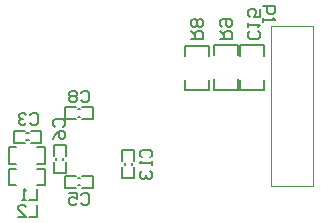
<source format=gbo>
G04 Layer_Color=32896*
%FSLAX44Y44*%
%MOMM*%
G71*
G01*
G75*
%ADD22C,0.2000*%
%ADD38C,0.1524*%
%ADD39C,0.1778*%
%ADD40C,0.1000*%
%ADD41C,0.1270*%
D22*
X-73700Y2900D02*
X-71700D01*
X-73700Y8900D02*
X-71700D01*
X-73500Y61000D02*
X-71500D01*
X-73500Y67000D02*
X-71500D01*
X-117250Y41000D02*
X-115250D01*
X-117250Y47000D02*
X-115250D01*
X-86000Y24000D02*
Y26000D01*
X-92000Y24000D02*
Y26000D01*
X-28000Y19750D02*
Y21750D01*
X-34000Y19750D02*
Y21750D01*
D38*
X-60950Y900D02*
Y10900D01*
X-84450D02*
X-84450Y900D01*
X-75200D01*
X-70200D02*
X-60950D01*
X-84450Y10900D02*
X-75200D01*
X-70200D02*
X-60950D01*
X-60750Y59000D02*
Y69000D01*
X-84250D02*
X-84250Y59000D01*
X-75000D01*
X-70000D02*
X-60750D01*
X-84250Y69000D02*
X-75000D01*
X-70000D02*
X-60750D01*
X-104500Y39000D02*
Y49000D01*
X-128000D02*
X-128000Y39000D01*
X-118750D01*
X-113750D02*
X-104500D01*
X-128000Y49000D02*
X-118750D01*
X-113750D02*
X-104500D01*
X-94000Y36750D02*
X-84000D01*
X-94000Y13250D02*
X-84000Y13250D01*
Y22500D01*
Y27500D02*
Y36750D01*
X-94000Y13250D02*
Y22500D01*
Y27500D02*
Y36750D01*
X-36000Y32500D02*
X-26000D01*
X-36000Y9000D02*
X-26000Y9000D01*
Y18250D01*
Y23250D02*
Y32500D01*
X-36000Y9000D02*
Y18250D01*
Y23250D02*
Y32500D01*
D39*
X-132235Y3074D02*
X-125636D01*
X-132235D02*
Y16909D01*
X-125636D01*
X-108364D02*
X-101764D01*
Y3074D02*
Y16909D01*
X-108364Y3074D02*
X-101764D01*
X-108364Y34926D02*
X-101764D01*
Y21091D02*
Y34926D01*
X-108364Y21091D02*
X-101764D01*
X-132235D02*
X-125636D01*
X-132235D02*
Y34926D01*
X-125636D01*
X63880Y83714D02*
Y92350D01*
Y83714D02*
X74040D01*
X84200D01*
Y92350D01*
Y112670D02*
Y121306D01*
X74040D02*
X84200D01*
X63880D02*
X74040D01*
X63880Y112670D02*
Y121306D01*
X61490Y112690D02*
Y121326D01*
X51330D02*
X61490D01*
X41170D02*
X51330D01*
X41170Y112690D02*
Y121326D01*
Y83734D02*
Y92370D01*
Y83734D02*
X51330D01*
X61490D01*
Y92370D01*
X37410Y112360D02*
Y120996D01*
X27250D02*
X37410D01*
X17090D02*
X27250D01*
X17090Y112360D02*
Y120996D01*
Y83404D02*
Y92040D01*
Y83404D02*
X27250D01*
X37410D01*
Y92040D01*
D40*
X125000Y2500D02*
Y137500D01*
X90000D02*
X125000D01*
X90000Y2500D02*
Y137500D01*
Y2500D02*
X125000D01*
D41*
X47080Y126760D02*
X57077D01*
Y131758D01*
X55411Y133425D01*
X52078D01*
X50412Y131758D01*
Y126760D01*
Y130092D02*
X47080Y133425D01*
X48746Y136757D02*
X47080Y138423D01*
Y141755D01*
X48746Y143421D01*
X55411D01*
X57077Y141755D01*
Y138423D01*
X55411Y136757D01*
X53744D01*
X52078Y138423D01*
Y143421D01*
X22250Y127040D02*
X32247D01*
Y132038D01*
X30581Y133705D01*
X27248D01*
X25582Y132038D01*
Y127040D01*
Y130372D02*
X22250Y133705D01*
X30581Y137037D02*
X32247Y138703D01*
Y142035D01*
X30581Y143701D01*
X28914D01*
X27248Y142035D01*
X25582Y143701D01*
X23916D01*
X22250Y142035D01*
Y138703D01*
X23916Y137037D01*
X25582D01*
X27248Y138703D01*
X28914Y137037D01*
X30581D01*
X27248Y138703D02*
Y142035D01*
X78721Y133405D02*
X80387Y131738D01*
Y128406D01*
X78721Y126740D01*
X72056D01*
X70390Y128406D01*
Y131738D01*
X72056Y133405D01*
X70390Y136737D02*
Y140069D01*
Y138403D01*
X80387D01*
X78721Y136737D01*
X80387Y151732D02*
Y145068D01*
X75388D01*
X77055Y148400D01*
Y150066D01*
X75388Y151732D01*
X72056D01*
X70390Y150066D01*
Y146734D01*
X72056Y145068D01*
X-108000Y-14003D02*
Y-24000D01*
X-114664D01*
X-124661D02*
X-117997D01*
X-124661Y-17335D01*
Y-15669D01*
X-122995Y-14003D01*
X-119663D01*
X-117997Y-15669D01*
X-108000Y-3D02*
Y-10000D01*
X-114664D01*
X-117997D02*
X-121329D01*
X-119663D01*
Y-3D01*
X-117997Y-1669D01*
X-19331Y26335D02*
X-20997Y28002D01*
Y31334D01*
X-19331Y33000D01*
X-12666D01*
X-11000Y31334D01*
Y28002D01*
X-12666Y26335D01*
X-11000Y23003D02*
Y19671D01*
Y21337D01*
X-20997D01*
X-19331Y23003D01*
Y14673D02*
X-20997Y13007D01*
Y9674D01*
X-19331Y8008D01*
X-17665D01*
X-15998Y9674D01*
Y11340D01*
Y9674D01*
X-14332Y8008D01*
X-12666D01*
X-11000Y9674D01*
Y13007D01*
X-12666Y14673D01*
X-70964Y81331D02*
X-69298Y82997D01*
X-65966D01*
X-64300Y81331D01*
Y74666D01*
X-65966Y73000D01*
X-69298D01*
X-70964Y74666D01*
X-74297Y81331D02*
X-75963Y82997D01*
X-79295D01*
X-80961Y81331D01*
Y79665D01*
X-79295Y77998D01*
X-80961Y76332D01*
Y74666D01*
X-79295Y73000D01*
X-75963D01*
X-74297Y74666D01*
Y76332D01*
X-75963Y77998D01*
X-74297Y79665D01*
Y81331D01*
X-75963Y77998D02*
X-79295D01*
X-92831Y51954D02*
X-94497Y53620D01*
Y56952D01*
X-92831Y58618D01*
X-86166D01*
X-84500Y56952D01*
Y53620D01*
X-86166Y51954D01*
X-94497Y41957D02*
X-92831Y45289D01*
X-89498Y48621D01*
X-86166D01*
X-84500Y46955D01*
Y43623D01*
X-86166Y41957D01*
X-87832D01*
X-89498Y43623D01*
Y48621D01*
X-70841Y-5233D02*
X-69174Y-3567D01*
X-65842D01*
X-64176Y-5233D01*
Y-11898D01*
X-65842Y-13564D01*
X-69174D01*
X-70841Y-11898D01*
X-80837Y-3567D02*
X-74173D01*
Y-8565D01*
X-77505Y-6899D01*
X-79171D01*
X-80837Y-8565D01*
Y-11898D01*
X-79171Y-13564D01*
X-75839D01*
X-74173Y-11898D01*
X-113864Y62431D02*
X-112198Y64097D01*
X-108866D01*
X-107200Y62431D01*
Y55766D01*
X-108866Y54100D01*
X-112198D01*
X-113864Y55766D01*
X-117197Y62431D02*
X-118863Y64097D01*
X-122195D01*
X-123861Y62431D01*
Y60764D01*
X-122195Y59098D01*
X-120529D01*
X-122195D01*
X-123861Y57432D01*
Y55766D01*
X-122195Y54100D01*
X-118863D01*
X-117197Y55766D01*
X82900Y154300D02*
X92897D01*
Y149302D01*
X91231Y147635D01*
X87898D01*
X86232Y149302D01*
Y154300D01*
X82900Y144303D02*
Y140971D01*
Y142637D01*
X92897D01*
X91231Y144303D01*
M02*

</source>
